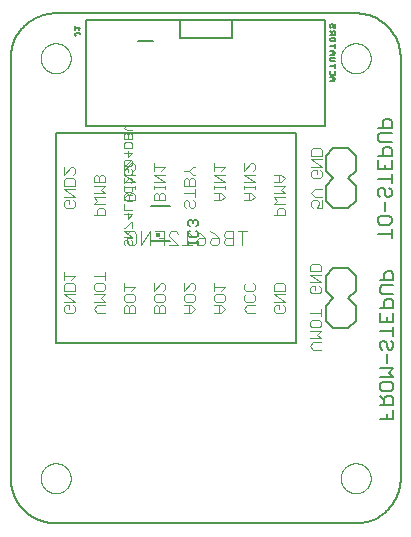
<source format=gbo>
G75*
%MOIN*%
%OFA0B0*%
%FSLAX25Y25*%
%IPPOS*%
%LPD*%
%AMOC8*
5,1,8,0,0,1.08239X$1,22.5*
%
%ADD10C,0.00600*%
%ADD11C,0.00000*%
%ADD12C,0.00500*%
%ADD13C,0.00300*%
%ADD14C,0.00400*%
%ADD15C,0.00700*%
%ADD16C,0.01768*%
%ADD17C,0.00800*%
D10*
X0001300Y0016300D02*
X0001300Y0156300D01*
X0001304Y0156662D01*
X0001318Y0157025D01*
X0001339Y0157387D01*
X0001370Y0157748D01*
X0001409Y0158108D01*
X0001457Y0158467D01*
X0001514Y0158825D01*
X0001579Y0159182D01*
X0001653Y0159537D01*
X0001736Y0159890D01*
X0001827Y0160241D01*
X0001926Y0160589D01*
X0002034Y0160935D01*
X0002150Y0161279D01*
X0002275Y0161619D01*
X0002407Y0161956D01*
X0002548Y0162290D01*
X0002697Y0162621D01*
X0002854Y0162948D01*
X0003018Y0163271D01*
X0003190Y0163590D01*
X0003370Y0163904D01*
X0003558Y0164215D01*
X0003753Y0164520D01*
X0003955Y0164821D01*
X0004165Y0165117D01*
X0004381Y0165407D01*
X0004605Y0165693D01*
X0004835Y0165973D01*
X0005072Y0166247D01*
X0005316Y0166515D01*
X0005566Y0166778D01*
X0005822Y0167034D01*
X0006085Y0167284D01*
X0006353Y0167528D01*
X0006627Y0167765D01*
X0006907Y0167995D01*
X0007193Y0168219D01*
X0007483Y0168435D01*
X0007779Y0168645D01*
X0008080Y0168847D01*
X0008385Y0169042D01*
X0008696Y0169230D01*
X0009010Y0169410D01*
X0009329Y0169582D01*
X0009652Y0169746D01*
X0009979Y0169903D01*
X0010310Y0170052D01*
X0010644Y0170193D01*
X0010981Y0170325D01*
X0011321Y0170450D01*
X0011665Y0170566D01*
X0012011Y0170674D01*
X0012359Y0170773D01*
X0012710Y0170864D01*
X0013063Y0170947D01*
X0013418Y0171021D01*
X0013775Y0171086D01*
X0014133Y0171143D01*
X0014492Y0171191D01*
X0014852Y0171230D01*
X0015213Y0171261D01*
X0015575Y0171282D01*
X0015938Y0171296D01*
X0016300Y0171300D01*
X0116300Y0171300D01*
X0116662Y0171296D01*
X0117025Y0171282D01*
X0117387Y0171261D01*
X0117748Y0171230D01*
X0118108Y0171191D01*
X0118467Y0171143D01*
X0118825Y0171086D01*
X0119182Y0171021D01*
X0119537Y0170947D01*
X0119890Y0170864D01*
X0120241Y0170773D01*
X0120589Y0170674D01*
X0120935Y0170566D01*
X0121279Y0170450D01*
X0121619Y0170325D01*
X0121956Y0170193D01*
X0122290Y0170052D01*
X0122621Y0169903D01*
X0122948Y0169746D01*
X0123271Y0169582D01*
X0123590Y0169410D01*
X0123904Y0169230D01*
X0124215Y0169042D01*
X0124520Y0168847D01*
X0124821Y0168645D01*
X0125117Y0168435D01*
X0125407Y0168219D01*
X0125693Y0167995D01*
X0125973Y0167765D01*
X0126247Y0167528D01*
X0126515Y0167284D01*
X0126778Y0167034D01*
X0127034Y0166778D01*
X0127284Y0166515D01*
X0127528Y0166247D01*
X0127765Y0165973D01*
X0127995Y0165693D01*
X0128219Y0165407D01*
X0128435Y0165117D01*
X0128645Y0164821D01*
X0128847Y0164520D01*
X0129042Y0164215D01*
X0129230Y0163904D01*
X0129410Y0163590D01*
X0129582Y0163271D01*
X0129746Y0162948D01*
X0129903Y0162621D01*
X0130052Y0162290D01*
X0130193Y0161956D01*
X0130325Y0161619D01*
X0130450Y0161279D01*
X0130566Y0160935D01*
X0130674Y0160589D01*
X0130773Y0160241D01*
X0130864Y0159890D01*
X0130947Y0159537D01*
X0131021Y0159182D01*
X0131086Y0158825D01*
X0131143Y0158467D01*
X0131191Y0158108D01*
X0131230Y0157748D01*
X0131261Y0157387D01*
X0131282Y0157025D01*
X0131296Y0156662D01*
X0131300Y0156300D01*
X0131300Y0016300D01*
X0131296Y0015938D01*
X0131282Y0015575D01*
X0131261Y0015213D01*
X0131230Y0014852D01*
X0131191Y0014492D01*
X0131143Y0014133D01*
X0131086Y0013775D01*
X0131021Y0013418D01*
X0130947Y0013063D01*
X0130864Y0012710D01*
X0130773Y0012359D01*
X0130674Y0012011D01*
X0130566Y0011665D01*
X0130450Y0011321D01*
X0130325Y0010981D01*
X0130193Y0010644D01*
X0130052Y0010310D01*
X0129903Y0009979D01*
X0129746Y0009652D01*
X0129582Y0009329D01*
X0129410Y0009010D01*
X0129230Y0008696D01*
X0129042Y0008385D01*
X0128847Y0008080D01*
X0128645Y0007779D01*
X0128435Y0007483D01*
X0128219Y0007193D01*
X0127995Y0006907D01*
X0127765Y0006627D01*
X0127528Y0006353D01*
X0127284Y0006085D01*
X0127034Y0005822D01*
X0126778Y0005566D01*
X0126515Y0005316D01*
X0126247Y0005072D01*
X0125973Y0004835D01*
X0125693Y0004605D01*
X0125407Y0004381D01*
X0125117Y0004165D01*
X0124821Y0003955D01*
X0124520Y0003753D01*
X0124215Y0003558D01*
X0123904Y0003370D01*
X0123590Y0003190D01*
X0123271Y0003018D01*
X0122948Y0002854D01*
X0122621Y0002697D01*
X0122290Y0002548D01*
X0121956Y0002407D01*
X0121619Y0002275D01*
X0121279Y0002150D01*
X0120935Y0002034D01*
X0120589Y0001926D01*
X0120241Y0001827D01*
X0119890Y0001736D01*
X0119537Y0001653D01*
X0119182Y0001579D01*
X0118825Y0001514D01*
X0118467Y0001457D01*
X0118108Y0001409D01*
X0117748Y0001370D01*
X0117387Y0001339D01*
X0117025Y0001318D01*
X0116662Y0001304D01*
X0116300Y0001300D01*
X0016300Y0001300D01*
X0015938Y0001304D01*
X0015575Y0001318D01*
X0015213Y0001339D01*
X0014852Y0001370D01*
X0014492Y0001409D01*
X0014133Y0001457D01*
X0013775Y0001514D01*
X0013418Y0001579D01*
X0013063Y0001653D01*
X0012710Y0001736D01*
X0012359Y0001827D01*
X0012011Y0001926D01*
X0011665Y0002034D01*
X0011321Y0002150D01*
X0010981Y0002275D01*
X0010644Y0002407D01*
X0010310Y0002548D01*
X0009979Y0002697D01*
X0009652Y0002854D01*
X0009329Y0003018D01*
X0009010Y0003190D01*
X0008696Y0003370D01*
X0008385Y0003558D01*
X0008080Y0003753D01*
X0007779Y0003955D01*
X0007483Y0004165D01*
X0007193Y0004381D01*
X0006907Y0004605D01*
X0006627Y0004835D01*
X0006353Y0005072D01*
X0006085Y0005316D01*
X0005822Y0005566D01*
X0005566Y0005822D01*
X0005316Y0006085D01*
X0005072Y0006353D01*
X0004835Y0006627D01*
X0004605Y0006907D01*
X0004381Y0007193D01*
X0004165Y0007483D01*
X0003955Y0007779D01*
X0003753Y0008080D01*
X0003558Y0008385D01*
X0003370Y0008696D01*
X0003190Y0009010D01*
X0003018Y0009329D01*
X0002854Y0009652D01*
X0002697Y0009979D01*
X0002548Y0010310D01*
X0002407Y0010644D01*
X0002275Y0010981D01*
X0002150Y0011321D01*
X0002034Y0011665D01*
X0001926Y0012011D01*
X0001827Y0012359D01*
X0001736Y0012710D01*
X0001653Y0013063D01*
X0001579Y0013418D01*
X0001514Y0013775D01*
X0001457Y0014133D01*
X0001409Y0014492D01*
X0001370Y0014852D01*
X0001339Y0015213D01*
X0001318Y0015575D01*
X0001304Y0015938D01*
X0001300Y0016300D01*
D11*
X0011300Y0016300D02*
X0011302Y0016441D01*
X0011308Y0016582D01*
X0011318Y0016722D01*
X0011332Y0016862D01*
X0011350Y0017002D01*
X0011371Y0017141D01*
X0011397Y0017280D01*
X0011426Y0017418D01*
X0011460Y0017554D01*
X0011497Y0017690D01*
X0011538Y0017825D01*
X0011583Y0017959D01*
X0011632Y0018091D01*
X0011684Y0018222D01*
X0011740Y0018351D01*
X0011800Y0018478D01*
X0011863Y0018604D01*
X0011929Y0018728D01*
X0012000Y0018851D01*
X0012073Y0018971D01*
X0012150Y0019089D01*
X0012230Y0019205D01*
X0012314Y0019318D01*
X0012400Y0019429D01*
X0012490Y0019538D01*
X0012583Y0019644D01*
X0012678Y0019747D01*
X0012777Y0019848D01*
X0012878Y0019946D01*
X0012982Y0020041D01*
X0013089Y0020133D01*
X0013198Y0020222D01*
X0013310Y0020307D01*
X0013424Y0020390D01*
X0013540Y0020470D01*
X0013659Y0020546D01*
X0013780Y0020618D01*
X0013902Y0020688D01*
X0014027Y0020753D01*
X0014153Y0020816D01*
X0014281Y0020874D01*
X0014411Y0020929D01*
X0014542Y0020981D01*
X0014675Y0021028D01*
X0014809Y0021072D01*
X0014944Y0021113D01*
X0015080Y0021149D01*
X0015217Y0021181D01*
X0015355Y0021210D01*
X0015493Y0021235D01*
X0015633Y0021255D01*
X0015773Y0021272D01*
X0015913Y0021285D01*
X0016054Y0021294D01*
X0016194Y0021299D01*
X0016335Y0021300D01*
X0016476Y0021297D01*
X0016617Y0021290D01*
X0016757Y0021279D01*
X0016897Y0021264D01*
X0017037Y0021245D01*
X0017176Y0021223D01*
X0017314Y0021196D01*
X0017452Y0021166D01*
X0017588Y0021131D01*
X0017724Y0021093D01*
X0017858Y0021051D01*
X0017992Y0021005D01*
X0018124Y0020956D01*
X0018254Y0020902D01*
X0018383Y0020845D01*
X0018510Y0020785D01*
X0018636Y0020721D01*
X0018759Y0020653D01*
X0018881Y0020582D01*
X0019001Y0020508D01*
X0019118Y0020430D01*
X0019233Y0020349D01*
X0019346Y0020265D01*
X0019457Y0020178D01*
X0019565Y0020087D01*
X0019670Y0019994D01*
X0019773Y0019897D01*
X0019873Y0019798D01*
X0019970Y0019696D01*
X0020064Y0019591D01*
X0020155Y0019484D01*
X0020243Y0019374D01*
X0020328Y0019262D01*
X0020410Y0019147D01*
X0020489Y0019030D01*
X0020564Y0018911D01*
X0020636Y0018790D01*
X0020704Y0018667D01*
X0020769Y0018542D01*
X0020831Y0018415D01*
X0020888Y0018286D01*
X0020943Y0018156D01*
X0020993Y0018025D01*
X0021040Y0017892D01*
X0021083Y0017758D01*
X0021122Y0017622D01*
X0021157Y0017486D01*
X0021189Y0017349D01*
X0021216Y0017211D01*
X0021240Y0017072D01*
X0021260Y0016932D01*
X0021276Y0016792D01*
X0021288Y0016652D01*
X0021296Y0016511D01*
X0021300Y0016370D01*
X0021300Y0016230D01*
X0021296Y0016089D01*
X0021288Y0015948D01*
X0021276Y0015808D01*
X0021260Y0015668D01*
X0021240Y0015528D01*
X0021216Y0015389D01*
X0021189Y0015251D01*
X0021157Y0015114D01*
X0021122Y0014978D01*
X0021083Y0014842D01*
X0021040Y0014708D01*
X0020993Y0014575D01*
X0020943Y0014444D01*
X0020888Y0014314D01*
X0020831Y0014185D01*
X0020769Y0014058D01*
X0020704Y0013933D01*
X0020636Y0013810D01*
X0020564Y0013689D01*
X0020489Y0013570D01*
X0020410Y0013453D01*
X0020328Y0013338D01*
X0020243Y0013226D01*
X0020155Y0013116D01*
X0020064Y0013009D01*
X0019970Y0012904D01*
X0019873Y0012802D01*
X0019773Y0012703D01*
X0019670Y0012606D01*
X0019565Y0012513D01*
X0019457Y0012422D01*
X0019346Y0012335D01*
X0019233Y0012251D01*
X0019118Y0012170D01*
X0019001Y0012092D01*
X0018881Y0012018D01*
X0018759Y0011947D01*
X0018636Y0011879D01*
X0018510Y0011815D01*
X0018383Y0011755D01*
X0018254Y0011698D01*
X0018124Y0011644D01*
X0017992Y0011595D01*
X0017858Y0011549D01*
X0017724Y0011507D01*
X0017588Y0011469D01*
X0017452Y0011434D01*
X0017314Y0011404D01*
X0017176Y0011377D01*
X0017037Y0011355D01*
X0016897Y0011336D01*
X0016757Y0011321D01*
X0016617Y0011310D01*
X0016476Y0011303D01*
X0016335Y0011300D01*
X0016194Y0011301D01*
X0016054Y0011306D01*
X0015913Y0011315D01*
X0015773Y0011328D01*
X0015633Y0011345D01*
X0015493Y0011365D01*
X0015355Y0011390D01*
X0015217Y0011419D01*
X0015080Y0011451D01*
X0014944Y0011487D01*
X0014809Y0011528D01*
X0014675Y0011572D01*
X0014542Y0011619D01*
X0014411Y0011671D01*
X0014281Y0011726D01*
X0014153Y0011784D01*
X0014027Y0011847D01*
X0013902Y0011912D01*
X0013780Y0011982D01*
X0013659Y0012054D01*
X0013540Y0012130D01*
X0013424Y0012210D01*
X0013310Y0012293D01*
X0013198Y0012378D01*
X0013089Y0012467D01*
X0012982Y0012559D01*
X0012878Y0012654D01*
X0012777Y0012752D01*
X0012678Y0012853D01*
X0012583Y0012956D01*
X0012490Y0013062D01*
X0012400Y0013171D01*
X0012314Y0013282D01*
X0012230Y0013395D01*
X0012150Y0013511D01*
X0012073Y0013629D01*
X0012000Y0013749D01*
X0011929Y0013872D01*
X0011863Y0013996D01*
X0011800Y0014122D01*
X0011740Y0014249D01*
X0011684Y0014378D01*
X0011632Y0014509D01*
X0011583Y0014641D01*
X0011538Y0014775D01*
X0011497Y0014910D01*
X0011460Y0015046D01*
X0011426Y0015182D01*
X0011397Y0015320D01*
X0011371Y0015459D01*
X0011350Y0015598D01*
X0011332Y0015738D01*
X0011318Y0015878D01*
X0011308Y0016018D01*
X0011302Y0016159D01*
X0011300Y0016300D01*
X0111300Y0016300D02*
X0111302Y0016441D01*
X0111308Y0016582D01*
X0111318Y0016722D01*
X0111332Y0016862D01*
X0111350Y0017002D01*
X0111371Y0017141D01*
X0111397Y0017280D01*
X0111426Y0017418D01*
X0111460Y0017554D01*
X0111497Y0017690D01*
X0111538Y0017825D01*
X0111583Y0017959D01*
X0111632Y0018091D01*
X0111684Y0018222D01*
X0111740Y0018351D01*
X0111800Y0018478D01*
X0111863Y0018604D01*
X0111929Y0018728D01*
X0112000Y0018851D01*
X0112073Y0018971D01*
X0112150Y0019089D01*
X0112230Y0019205D01*
X0112314Y0019318D01*
X0112400Y0019429D01*
X0112490Y0019538D01*
X0112583Y0019644D01*
X0112678Y0019747D01*
X0112777Y0019848D01*
X0112878Y0019946D01*
X0112982Y0020041D01*
X0113089Y0020133D01*
X0113198Y0020222D01*
X0113310Y0020307D01*
X0113424Y0020390D01*
X0113540Y0020470D01*
X0113659Y0020546D01*
X0113780Y0020618D01*
X0113902Y0020688D01*
X0114027Y0020753D01*
X0114153Y0020816D01*
X0114281Y0020874D01*
X0114411Y0020929D01*
X0114542Y0020981D01*
X0114675Y0021028D01*
X0114809Y0021072D01*
X0114944Y0021113D01*
X0115080Y0021149D01*
X0115217Y0021181D01*
X0115355Y0021210D01*
X0115493Y0021235D01*
X0115633Y0021255D01*
X0115773Y0021272D01*
X0115913Y0021285D01*
X0116054Y0021294D01*
X0116194Y0021299D01*
X0116335Y0021300D01*
X0116476Y0021297D01*
X0116617Y0021290D01*
X0116757Y0021279D01*
X0116897Y0021264D01*
X0117037Y0021245D01*
X0117176Y0021223D01*
X0117314Y0021196D01*
X0117452Y0021166D01*
X0117588Y0021131D01*
X0117724Y0021093D01*
X0117858Y0021051D01*
X0117992Y0021005D01*
X0118124Y0020956D01*
X0118254Y0020902D01*
X0118383Y0020845D01*
X0118510Y0020785D01*
X0118636Y0020721D01*
X0118759Y0020653D01*
X0118881Y0020582D01*
X0119001Y0020508D01*
X0119118Y0020430D01*
X0119233Y0020349D01*
X0119346Y0020265D01*
X0119457Y0020178D01*
X0119565Y0020087D01*
X0119670Y0019994D01*
X0119773Y0019897D01*
X0119873Y0019798D01*
X0119970Y0019696D01*
X0120064Y0019591D01*
X0120155Y0019484D01*
X0120243Y0019374D01*
X0120328Y0019262D01*
X0120410Y0019147D01*
X0120489Y0019030D01*
X0120564Y0018911D01*
X0120636Y0018790D01*
X0120704Y0018667D01*
X0120769Y0018542D01*
X0120831Y0018415D01*
X0120888Y0018286D01*
X0120943Y0018156D01*
X0120993Y0018025D01*
X0121040Y0017892D01*
X0121083Y0017758D01*
X0121122Y0017622D01*
X0121157Y0017486D01*
X0121189Y0017349D01*
X0121216Y0017211D01*
X0121240Y0017072D01*
X0121260Y0016932D01*
X0121276Y0016792D01*
X0121288Y0016652D01*
X0121296Y0016511D01*
X0121300Y0016370D01*
X0121300Y0016230D01*
X0121296Y0016089D01*
X0121288Y0015948D01*
X0121276Y0015808D01*
X0121260Y0015668D01*
X0121240Y0015528D01*
X0121216Y0015389D01*
X0121189Y0015251D01*
X0121157Y0015114D01*
X0121122Y0014978D01*
X0121083Y0014842D01*
X0121040Y0014708D01*
X0120993Y0014575D01*
X0120943Y0014444D01*
X0120888Y0014314D01*
X0120831Y0014185D01*
X0120769Y0014058D01*
X0120704Y0013933D01*
X0120636Y0013810D01*
X0120564Y0013689D01*
X0120489Y0013570D01*
X0120410Y0013453D01*
X0120328Y0013338D01*
X0120243Y0013226D01*
X0120155Y0013116D01*
X0120064Y0013009D01*
X0119970Y0012904D01*
X0119873Y0012802D01*
X0119773Y0012703D01*
X0119670Y0012606D01*
X0119565Y0012513D01*
X0119457Y0012422D01*
X0119346Y0012335D01*
X0119233Y0012251D01*
X0119118Y0012170D01*
X0119001Y0012092D01*
X0118881Y0012018D01*
X0118759Y0011947D01*
X0118636Y0011879D01*
X0118510Y0011815D01*
X0118383Y0011755D01*
X0118254Y0011698D01*
X0118124Y0011644D01*
X0117992Y0011595D01*
X0117858Y0011549D01*
X0117724Y0011507D01*
X0117588Y0011469D01*
X0117452Y0011434D01*
X0117314Y0011404D01*
X0117176Y0011377D01*
X0117037Y0011355D01*
X0116897Y0011336D01*
X0116757Y0011321D01*
X0116617Y0011310D01*
X0116476Y0011303D01*
X0116335Y0011300D01*
X0116194Y0011301D01*
X0116054Y0011306D01*
X0115913Y0011315D01*
X0115773Y0011328D01*
X0115633Y0011345D01*
X0115493Y0011365D01*
X0115355Y0011390D01*
X0115217Y0011419D01*
X0115080Y0011451D01*
X0114944Y0011487D01*
X0114809Y0011528D01*
X0114675Y0011572D01*
X0114542Y0011619D01*
X0114411Y0011671D01*
X0114281Y0011726D01*
X0114153Y0011784D01*
X0114027Y0011847D01*
X0113902Y0011912D01*
X0113780Y0011982D01*
X0113659Y0012054D01*
X0113540Y0012130D01*
X0113424Y0012210D01*
X0113310Y0012293D01*
X0113198Y0012378D01*
X0113089Y0012467D01*
X0112982Y0012559D01*
X0112878Y0012654D01*
X0112777Y0012752D01*
X0112678Y0012853D01*
X0112583Y0012956D01*
X0112490Y0013062D01*
X0112400Y0013171D01*
X0112314Y0013282D01*
X0112230Y0013395D01*
X0112150Y0013511D01*
X0112073Y0013629D01*
X0112000Y0013749D01*
X0111929Y0013872D01*
X0111863Y0013996D01*
X0111800Y0014122D01*
X0111740Y0014249D01*
X0111684Y0014378D01*
X0111632Y0014509D01*
X0111583Y0014641D01*
X0111538Y0014775D01*
X0111497Y0014910D01*
X0111460Y0015046D01*
X0111426Y0015182D01*
X0111397Y0015320D01*
X0111371Y0015459D01*
X0111350Y0015598D01*
X0111332Y0015738D01*
X0111318Y0015878D01*
X0111308Y0016018D01*
X0111302Y0016159D01*
X0111300Y0016300D01*
X0111300Y0156300D02*
X0111302Y0156441D01*
X0111308Y0156582D01*
X0111318Y0156722D01*
X0111332Y0156862D01*
X0111350Y0157002D01*
X0111371Y0157141D01*
X0111397Y0157280D01*
X0111426Y0157418D01*
X0111460Y0157554D01*
X0111497Y0157690D01*
X0111538Y0157825D01*
X0111583Y0157959D01*
X0111632Y0158091D01*
X0111684Y0158222D01*
X0111740Y0158351D01*
X0111800Y0158478D01*
X0111863Y0158604D01*
X0111929Y0158728D01*
X0112000Y0158851D01*
X0112073Y0158971D01*
X0112150Y0159089D01*
X0112230Y0159205D01*
X0112314Y0159318D01*
X0112400Y0159429D01*
X0112490Y0159538D01*
X0112583Y0159644D01*
X0112678Y0159747D01*
X0112777Y0159848D01*
X0112878Y0159946D01*
X0112982Y0160041D01*
X0113089Y0160133D01*
X0113198Y0160222D01*
X0113310Y0160307D01*
X0113424Y0160390D01*
X0113540Y0160470D01*
X0113659Y0160546D01*
X0113780Y0160618D01*
X0113902Y0160688D01*
X0114027Y0160753D01*
X0114153Y0160816D01*
X0114281Y0160874D01*
X0114411Y0160929D01*
X0114542Y0160981D01*
X0114675Y0161028D01*
X0114809Y0161072D01*
X0114944Y0161113D01*
X0115080Y0161149D01*
X0115217Y0161181D01*
X0115355Y0161210D01*
X0115493Y0161235D01*
X0115633Y0161255D01*
X0115773Y0161272D01*
X0115913Y0161285D01*
X0116054Y0161294D01*
X0116194Y0161299D01*
X0116335Y0161300D01*
X0116476Y0161297D01*
X0116617Y0161290D01*
X0116757Y0161279D01*
X0116897Y0161264D01*
X0117037Y0161245D01*
X0117176Y0161223D01*
X0117314Y0161196D01*
X0117452Y0161166D01*
X0117588Y0161131D01*
X0117724Y0161093D01*
X0117858Y0161051D01*
X0117992Y0161005D01*
X0118124Y0160956D01*
X0118254Y0160902D01*
X0118383Y0160845D01*
X0118510Y0160785D01*
X0118636Y0160721D01*
X0118759Y0160653D01*
X0118881Y0160582D01*
X0119001Y0160508D01*
X0119118Y0160430D01*
X0119233Y0160349D01*
X0119346Y0160265D01*
X0119457Y0160178D01*
X0119565Y0160087D01*
X0119670Y0159994D01*
X0119773Y0159897D01*
X0119873Y0159798D01*
X0119970Y0159696D01*
X0120064Y0159591D01*
X0120155Y0159484D01*
X0120243Y0159374D01*
X0120328Y0159262D01*
X0120410Y0159147D01*
X0120489Y0159030D01*
X0120564Y0158911D01*
X0120636Y0158790D01*
X0120704Y0158667D01*
X0120769Y0158542D01*
X0120831Y0158415D01*
X0120888Y0158286D01*
X0120943Y0158156D01*
X0120993Y0158025D01*
X0121040Y0157892D01*
X0121083Y0157758D01*
X0121122Y0157622D01*
X0121157Y0157486D01*
X0121189Y0157349D01*
X0121216Y0157211D01*
X0121240Y0157072D01*
X0121260Y0156932D01*
X0121276Y0156792D01*
X0121288Y0156652D01*
X0121296Y0156511D01*
X0121300Y0156370D01*
X0121300Y0156230D01*
X0121296Y0156089D01*
X0121288Y0155948D01*
X0121276Y0155808D01*
X0121260Y0155668D01*
X0121240Y0155528D01*
X0121216Y0155389D01*
X0121189Y0155251D01*
X0121157Y0155114D01*
X0121122Y0154978D01*
X0121083Y0154842D01*
X0121040Y0154708D01*
X0120993Y0154575D01*
X0120943Y0154444D01*
X0120888Y0154314D01*
X0120831Y0154185D01*
X0120769Y0154058D01*
X0120704Y0153933D01*
X0120636Y0153810D01*
X0120564Y0153689D01*
X0120489Y0153570D01*
X0120410Y0153453D01*
X0120328Y0153338D01*
X0120243Y0153226D01*
X0120155Y0153116D01*
X0120064Y0153009D01*
X0119970Y0152904D01*
X0119873Y0152802D01*
X0119773Y0152703D01*
X0119670Y0152606D01*
X0119565Y0152513D01*
X0119457Y0152422D01*
X0119346Y0152335D01*
X0119233Y0152251D01*
X0119118Y0152170D01*
X0119001Y0152092D01*
X0118881Y0152018D01*
X0118759Y0151947D01*
X0118636Y0151879D01*
X0118510Y0151815D01*
X0118383Y0151755D01*
X0118254Y0151698D01*
X0118124Y0151644D01*
X0117992Y0151595D01*
X0117858Y0151549D01*
X0117724Y0151507D01*
X0117588Y0151469D01*
X0117452Y0151434D01*
X0117314Y0151404D01*
X0117176Y0151377D01*
X0117037Y0151355D01*
X0116897Y0151336D01*
X0116757Y0151321D01*
X0116617Y0151310D01*
X0116476Y0151303D01*
X0116335Y0151300D01*
X0116194Y0151301D01*
X0116054Y0151306D01*
X0115913Y0151315D01*
X0115773Y0151328D01*
X0115633Y0151345D01*
X0115493Y0151365D01*
X0115355Y0151390D01*
X0115217Y0151419D01*
X0115080Y0151451D01*
X0114944Y0151487D01*
X0114809Y0151528D01*
X0114675Y0151572D01*
X0114542Y0151619D01*
X0114411Y0151671D01*
X0114281Y0151726D01*
X0114153Y0151784D01*
X0114027Y0151847D01*
X0113902Y0151912D01*
X0113780Y0151982D01*
X0113659Y0152054D01*
X0113540Y0152130D01*
X0113424Y0152210D01*
X0113310Y0152293D01*
X0113198Y0152378D01*
X0113089Y0152467D01*
X0112982Y0152559D01*
X0112878Y0152654D01*
X0112777Y0152752D01*
X0112678Y0152853D01*
X0112583Y0152956D01*
X0112490Y0153062D01*
X0112400Y0153171D01*
X0112314Y0153282D01*
X0112230Y0153395D01*
X0112150Y0153511D01*
X0112073Y0153629D01*
X0112000Y0153749D01*
X0111929Y0153872D01*
X0111863Y0153996D01*
X0111800Y0154122D01*
X0111740Y0154249D01*
X0111684Y0154378D01*
X0111632Y0154509D01*
X0111583Y0154641D01*
X0111538Y0154775D01*
X0111497Y0154910D01*
X0111460Y0155046D01*
X0111426Y0155182D01*
X0111397Y0155320D01*
X0111371Y0155459D01*
X0111350Y0155598D01*
X0111332Y0155738D01*
X0111318Y0155878D01*
X0111308Y0156018D01*
X0111302Y0156159D01*
X0111300Y0156300D01*
X0011300Y0156300D02*
X0011302Y0156441D01*
X0011308Y0156582D01*
X0011318Y0156722D01*
X0011332Y0156862D01*
X0011350Y0157002D01*
X0011371Y0157141D01*
X0011397Y0157280D01*
X0011426Y0157418D01*
X0011460Y0157554D01*
X0011497Y0157690D01*
X0011538Y0157825D01*
X0011583Y0157959D01*
X0011632Y0158091D01*
X0011684Y0158222D01*
X0011740Y0158351D01*
X0011800Y0158478D01*
X0011863Y0158604D01*
X0011929Y0158728D01*
X0012000Y0158851D01*
X0012073Y0158971D01*
X0012150Y0159089D01*
X0012230Y0159205D01*
X0012314Y0159318D01*
X0012400Y0159429D01*
X0012490Y0159538D01*
X0012583Y0159644D01*
X0012678Y0159747D01*
X0012777Y0159848D01*
X0012878Y0159946D01*
X0012982Y0160041D01*
X0013089Y0160133D01*
X0013198Y0160222D01*
X0013310Y0160307D01*
X0013424Y0160390D01*
X0013540Y0160470D01*
X0013659Y0160546D01*
X0013780Y0160618D01*
X0013902Y0160688D01*
X0014027Y0160753D01*
X0014153Y0160816D01*
X0014281Y0160874D01*
X0014411Y0160929D01*
X0014542Y0160981D01*
X0014675Y0161028D01*
X0014809Y0161072D01*
X0014944Y0161113D01*
X0015080Y0161149D01*
X0015217Y0161181D01*
X0015355Y0161210D01*
X0015493Y0161235D01*
X0015633Y0161255D01*
X0015773Y0161272D01*
X0015913Y0161285D01*
X0016054Y0161294D01*
X0016194Y0161299D01*
X0016335Y0161300D01*
X0016476Y0161297D01*
X0016617Y0161290D01*
X0016757Y0161279D01*
X0016897Y0161264D01*
X0017037Y0161245D01*
X0017176Y0161223D01*
X0017314Y0161196D01*
X0017452Y0161166D01*
X0017588Y0161131D01*
X0017724Y0161093D01*
X0017858Y0161051D01*
X0017992Y0161005D01*
X0018124Y0160956D01*
X0018254Y0160902D01*
X0018383Y0160845D01*
X0018510Y0160785D01*
X0018636Y0160721D01*
X0018759Y0160653D01*
X0018881Y0160582D01*
X0019001Y0160508D01*
X0019118Y0160430D01*
X0019233Y0160349D01*
X0019346Y0160265D01*
X0019457Y0160178D01*
X0019565Y0160087D01*
X0019670Y0159994D01*
X0019773Y0159897D01*
X0019873Y0159798D01*
X0019970Y0159696D01*
X0020064Y0159591D01*
X0020155Y0159484D01*
X0020243Y0159374D01*
X0020328Y0159262D01*
X0020410Y0159147D01*
X0020489Y0159030D01*
X0020564Y0158911D01*
X0020636Y0158790D01*
X0020704Y0158667D01*
X0020769Y0158542D01*
X0020831Y0158415D01*
X0020888Y0158286D01*
X0020943Y0158156D01*
X0020993Y0158025D01*
X0021040Y0157892D01*
X0021083Y0157758D01*
X0021122Y0157622D01*
X0021157Y0157486D01*
X0021189Y0157349D01*
X0021216Y0157211D01*
X0021240Y0157072D01*
X0021260Y0156932D01*
X0021276Y0156792D01*
X0021288Y0156652D01*
X0021296Y0156511D01*
X0021300Y0156370D01*
X0021300Y0156230D01*
X0021296Y0156089D01*
X0021288Y0155948D01*
X0021276Y0155808D01*
X0021260Y0155668D01*
X0021240Y0155528D01*
X0021216Y0155389D01*
X0021189Y0155251D01*
X0021157Y0155114D01*
X0021122Y0154978D01*
X0021083Y0154842D01*
X0021040Y0154708D01*
X0020993Y0154575D01*
X0020943Y0154444D01*
X0020888Y0154314D01*
X0020831Y0154185D01*
X0020769Y0154058D01*
X0020704Y0153933D01*
X0020636Y0153810D01*
X0020564Y0153689D01*
X0020489Y0153570D01*
X0020410Y0153453D01*
X0020328Y0153338D01*
X0020243Y0153226D01*
X0020155Y0153116D01*
X0020064Y0153009D01*
X0019970Y0152904D01*
X0019873Y0152802D01*
X0019773Y0152703D01*
X0019670Y0152606D01*
X0019565Y0152513D01*
X0019457Y0152422D01*
X0019346Y0152335D01*
X0019233Y0152251D01*
X0019118Y0152170D01*
X0019001Y0152092D01*
X0018881Y0152018D01*
X0018759Y0151947D01*
X0018636Y0151879D01*
X0018510Y0151815D01*
X0018383Y0151755D01*
X0018254Y0151698D01*
X0018124Y0151644D01*
X0017992Y0151595D01*
X0017858Y0151549D01*
X0017724Y0151507D01*
X0017588Y0151469D01*
X0017452Y0151434D01*
X0017314Y0151404D01*
X0017176Y0151377D01*
X0017037Y0151355D01*
X0016897Y0151336D01*
X0016757Y0151321D01*
X0016617Y0151310D01*
X0016476Y0151303D01*
X0016335Y0151300D01*
X0016194Y0151301D01*
X0016054Y0151306D01*
X0015913Y0151315D01*
X0015773Y0151328D01*
X0015633Y0151345D01*
X0015493Y0151365D01*
X0015355Y0151390D01*
X0015217Y0151419D01*
X0015080Y0151451D01*
X0014944Y0151487D01*
X0014809Y0151528D01*
X0014675Y0151572D01*
X0014542Y0151619D01*
X0014411Y0151671D01*
X0014281Y0151726D01*
X0014153Y0151784D01*
X0014027Y0151847D01*
X0013902Y0151912D01*
X0013780Y0151982D01*
X0013659Y0152054D01*
X0013540Y0152130D01*
X0013424Y0152210D01*
X0013310Y0152293D01*
X0013198Y0152378D01*
X0013089Y0152467D01*
X0012982Y0152559D01*
X0012878Y0152654D01*
X0012777Y0152752D01*
X0012678Y0152853D01*
X0012583Y0152956D01*
X0012490Y0153062D01*
X0012400Y0153171D01*
X0012314Y0153282D01*
X0012230Y0153395D01*
X0012150Y0153511D01*
X0012073Y0153629D01*
X0012000Y0153749D01*
X0011929Y0153872D01*
X0011863Y0153996D01*
X0011800Y0154122D01*
X0011740Y0154249D01*
X0011684Y0154378D01*
X0011632Y0154509D01*
X0011583Y0154641D01*
X0011538Y0154775D01*
X0011497Y0154910D01*
X0011460Y0155046D01*
X0011426Y0155182D01*
X0011397Y0155320D01*
X0011371Y0155459D01*
X0011350Y0155598D01*
X0011332Y0155738D01*
X0011318Y0155878D01*
X0011308Y0156018D01*
X0011302Y0156159D01*
X0011300Y0156300D01*
D12*
X0022650Y0163947D02*
X0022650Y0164264D01*
X0022967Y0164581D01*
X0024552Y0164581D01*
X0024552Y0164264D02*
X0024552Y0164898D01*
X0023918Y0165840D02*
X0024552Y0166474D01*
X0022650Y0166474D01*
X0022650Y0165840D02*
X0022650Y0167108D01*
X0022650Y0163947D02*
X0022967Y0163630D01*
X0016300Y0131300D02*
X0016300Y0061300D01*
X0096300Y0061300D01*
X0096300Y0131300D01*
X0016300Y0131300D01*
X0107650Y0148661D02*
X0108918Y0148661D01*
X0109552Y0149295D01*
X0108918Y0149929D01*
X0107650Y0149929D01*
X0108601Y0149929D02*
X0108601Y0148661D01*
X0109235Y0150871D02*
X0107967Y0150871D01*
X0107650Y0151188D01*
X0107650Y0151822D01*
X0107967Y0152139D01*
X0109235Y0152139D02*
X0109552Y0151822D01*
X0109552Y0151188D01*
X0109235Y0150871D01*
X0109552Y0153081D02*
X0109552Y0154349D01*
X0109552Y0153715D02*
X0107650Y0153715D01*
X0107967Y0155291D02*
X0107650Y0155608D01*
X0107650Y0156241D01*
X0107967Y0156558D01*
X0109552Y0156558D01*
X0108918Y0157501D02*
X0107650Y0157501D01*
X0108601Y0157501D02*
X0108601Y0158768D01*
X0108918Y0158768D02*
X0107650Y0158768D01*
X0108918Y0158768D02*
X0109552Y0158134D01*
X0108918Y0157501D01*
X0109552Y0159710D02*
X0109552Y0160978D01*
X0109552Y0160344D02*
X0107650Y0160344D01*
X0107967Y0161920D02*
X0107650Y0162237D01*
X0107650Y0162871D01*
X0107967Y0163188D01*
X0109235Y0163188D01*
X0109552Y0162871D01*
X0109552Y0162237D01*
X0109235Y0161920D01*
X0107967Y0161920D01*
X0108284Y0164130D02*
X0108284Y0165081D01*
X0108601Y0165398D01*
X0109235Y0165398D01*
X0109552Y0165081D01*
X0109552Y0164130D01*
X0107650Y0164130D01*
X0108284Y0164764D02*
X0107650Y0165398D01*
X0107967Y0166340D02*
X0107650Y0166657D01*
X0107650Y0167291D01*
X0107967Y0167608D01*
X0108284Y0167608D01*
X0108601Y0167291D01*
X0108601Y0166657D01*
X0108918Y0166340D01*
X0109235Y0166340D01*
X0109552Y0166657D01*
X0109552Y0167291D01*
X0109235Y0167608D01*
X0109552Y0155291D02*
X0107967Y0155291D01*
X0123750Y0133081D02*
X0128254Y0133081D01*
X0128254Y0135333D01*
X0127503Y0136084D01*
X0126002Y0136084D01*
X0125251Y0135333D01*
X0125251Y0133081D01*
X0124501Y0131480D02*
X0128254Y0131480D01*
X0128254Y0128477D02*
X0124501Y0128477D01*
X0123750Y0129228D01*
X0123750Y0130729D01*
X0124501Y0131480D01*
X0126002Y0126876D02*
X0125251Y0126125D01*
X0125251Y0123874D01*
X0123750Y0123874D02*
X0128254Y0123874D01*
X0128254Y0126125D01*
X0127503Y0126876D01*
X0126002Y0126876D01*
X0128254Y0122272D02*
X0128254Y0119270D01*
X0123750Y0119270D01*
X0123750Y0122272D01*
X0126002Y0120771D02*
X0126002Y0119270D01*
X0128254Y0117668D02*
X0128254Y0114666D01*
X0128254Y0116167D02*
X0123750Y0116167D01*
X0124501Y0113064D02*
X0123750Y0112314D01*
X0123750Y0110812D01*
X0124501Y0110062D01*
X0126002Y0110812D02*
X0126002Y0112314D01*
X0125251Y0113064D01*
X0124501Y0113064D01*
X0126002Y0110812D02*
X0126753Y0110062D01*
X0127503Y0110062D01*
X0128254Y0110812D01*
X0128254Y0112314D01*
X0127503Y0113064D01*
X0126002Y0108460D02*
X0126002Y0105458D01*
X0127503Y0103856D02*
X0128254Y0103106D01*
X0128254Y0101605D01*
X0127503Y0100854D01*
X0124501Y0100854D01*
X0123750Y0101605D01*
X0123750Y0103106D01*
X0124501Y0103856D01*
X0127503Y0103856D01*
X0128254Y0099253D02*
X0128254Y0096250D01*
X0128254Y0097751D02*
X0123750Y0097751D01*
X0126602Y0085249D02*
X0125851Y0084498D01*
X0125851Y0082246D01*
X0124350Y0082246D02*
X0128854Y0082246D01*
X0128854Y0084498D01*
X0128103Y0085249D01*
X0126602Y0085249D01*
X0125101Y0080645D02*
X0124350Y0079894D01*
X0124350Y0078393D01*
X0125101Y0077642D01*
X0128854Y0077642D01*
X0128103Y0076041D02*
X0128854Y0075290D01*
X0128854Y0073038D01*
X0124350Y0073038D01*
X0125851Y0073038D02*
X0125851Y0075290D01*
X0126602Y0076041D01*
X0128103Y0076041D01*
X0128854Y0080645D02*
X0125101Y0080645D01*
X0124350Y0071437D02*
X0124350Y0068434D01*
X0128854Y0068434D01*
X0128854Y0071437D01*
X0126602Y0069935D02*
X0126602Y0068434D01*
X0128854Y0066833D02*
X0128854Y0063830D01*
X0128854Y0065332D02*
X0124350Y0065332D01*
X0125101Y0062229D02*
X0124350Y0061478D01*
X0124350Y0059977D01*
X0125101Y0059226D01*
X0126602Y0059977D02*
X0126602Y0061478D01*
X0125851Y0062229D01*
X0125101Y0062229D01*
X0126602Y0059977D02*
X0127353Y0059226D01*
X0128103Y0059226D01*
X0128854Y0059977D01*
X0128854Y0061478D01*
X0128103Y0062229D01*
X0126602Y0057625D02*
X0126602Y0054622D01*
X0128854Y0053021D02*
X0127353Y0051520D01*
X0128854Y0050018D01*
X0124350Y0050018D01*
X0125101Y0048417D02*
X0124350Y0047666D01*
X0124350Y0046165D01*
X0125101Y0045415D01*
X0128103Y0045415D01*
X0128854Y0046165D01*
X0128854Y0047666D01*
X0128103Y0048417D01*
X0125101Y0048417D01*
X0124350Y0053021D02*
X0128854Y0053021D01*
X0128103Y0043813D02*
X0126602Y0043813D01*
X0125851Y0043063D01*
X0125851Y0040811D01*
X0125851Y0042312D02*
X0124350Y0043813D01*
X0124350Y0040811D02*
X0128854Y0040811D01*
X0128854Y0043063D01*
X0128103Y0043813D01*
X0128854Y0039209D02*
X0128854Y0036207D01*
X0124350Y0036207D01*
X0126602Y0036207D02*
X0126602Y0037708D01*
D13*
X0104653Y0059217D02*
X0102184Y0059217D01*
X0100950Y0060452D01*
X0102184Y0061686D01*
X0104653Y0061686D01*
X0104653Y0062901D02*
X0103419Y0064135D01*
X0104653Y0065369D01*
X0100950Y0065369D01*
X0101567Y0066584D02*
X0100950Y0067201D01*
X0100950Y0068435D01*
X0101567Y0069052D01*
X0104036Y0069052D01*
X0104653Y0068435D01*
X0104653Y0067201D01*
X0104036Y0066584D01*
X0101567Y0066584D01*
X0100950Y0062901D02*
X0104653Y0062901D01*
X0104653Y0070267D02*
X0104653Y0072736D01*
X0104653Y0071501D02*
X0100950Y0071501D01*
X0101567Y0077901D02*
X0100950Y0078518D01*
X0100950Y0079752D01*
X0101567Y0080369D01*
X0102802Y0080369D01*
X0102802Y0079135D01*
X0104036Y0080369D02*
X0104653Y0079752D01*
X0104653Y0078518D01*
X0104036Y0077901D01*
X0101567Y0077901D01*
X0100950Y0081584D02*
X0104653Y0081584D01*
X0100950Y0084052D01*
X0104653Y0084052D01*
X0104653Y0085267D02*
X0104653Y0087118D01*
X0104036Y0087736D01*
X0101567Y0087736D01*
X0100950Y0087118D01*
X0100950Y0085267D01*
X0104653Y0085267D01*
X0092653Y0080668D02*
X0092653Y0078816D01*
X0088950Y0078816D01*
X0088950Y0080668D01*
X0089567Y0081285D01*
X0092036Y0081285D01*
X0092653Y0080668D01*
X0092653Y0077602D02*
X0088950Y0077602D01*
X0092653Y0075133D01*
X0088950Y0075133D01*
X0089567Y0073919D02*
X0090802Y0073919D01*
X0090802Y0072684D01*
X0092036Y0071450D02*
X0089567Y0071450D01*
X0088950Y0072067D01*
X0088950Y0073302D01*
X0089567Y0073919D01*
X0092036Y0073919D02*
X0092653Y0073302D01*
X0092653Y0072067D01*
X0092036Y0071450D01*
X0082653Y0071450D02*
X0080184Y0071450D01*
X0078950Y0072684D01*
X0080184Y0073919D01*
X0082653Y0073919D01*
X0082036Y0075133D02*
X0079567Y0075133D01*
X0078950Y0075750D01*
X0078950Y0076985D01*
X0079567Y0077602D01*
X0079567Y0078816D02*
X0078950Y0079433D01*
X0078950Y0080668D01*
X0079567Y0081285D01*
X0082036Y0081285D02*
X0082653Y0080668D01*
X0082653Y0079433D01*
X0082036Y0078816D01*
X0079567Y0078816D01*
X0082036Y0077602D02*
X0082653Y0076985D01*
X0082653Y0075750D01*
X0082036Y0075133D01*
X0072653Y0075750D02*
X0072036Y0075133D01*
X0069567Y0075133D01*
X0068950Y0075750D01*
X0068950Y0076985D01*
X0069567Y0077602D01*
X0072036Y0077602D01*
X0072653Y0076985D01*
X0072653Y0075750D01*
X0071419Y0073919D02*
X0068950Y0073919D01*
X0068950Y0071450D02*
X0071419Y0071450D01*
X0072653Y0072684D01*
X0071419Y0073919D01*
X0070802Y0073919D02*
X0070802Y0071450D01*
X0071419Y0078816D02*
X0072653Y0080051D01*
X0068950Y0080051D01*
X0068950Y0081285D02*
X0068950Y0078816D01*
X0062653Y0079433D02*
X0062036Y0078816D01*
X0062653Y0079433D02*
X0062653Y0080668D01*
X0062036Y0081285D01*
X0061419Y0081285D01*
X0058950Y0078816D01*
X0058950Y0081285D01*
X0059567Y0077602D02*
X0062036Y0077602D01*
X0062653Y0076985D01*
X0062653Y0075750D01*
X0062036Y0075133D01*
X0059567Y0075133D01*
X0058950Y0075750D01*
X0058950Y0076985D01*
X0059567Y0077602D01*
X0058950Y0073919D02*
X0061419Y0073919D01*
X0062653Y0072684D01*
X0061419Y0071450D01*
X0058950Y0071450D01*
X0060802Y0071450D02*
X0060802Y0073919D01*
X0052653Y0073302D02*
X0052653Y0071450D01*
X0048950Y0071450D01*
X0048950Y0073302D01*
X0049567Y0073919D01*
X0050184Y0073919D01*
X0050802Y0073302D01*
X0050802Y0071450D01*
X0050802Y0073302D02*
X0051419Y0073919D01*
X0052036Y0073919D01*
X0052653Y0073302D01*
X0052036Y0075133D02*
X0049567Y0075133D01*
X0048950Y0075750D01*
X0048950Y0076985D01*
X0049567Y0077602D01*
X0052036Y0077602D01*
X0052653Y0076985D01*
X0052653Y0075750D01*
X0052036Y0075133D01*
X0052036Y0078816D02*
X0052653Y0079433D01*
X0052653Y0080668D01*
X0052036Y0081285D01*
X0051419Y0081285D01*
X0048950Y0078816D01*
X0048950Y0081285D01*
X0042653Y0080051D02*
X0038950Y0080051D01*
X0038950Y0081285D02*
X0038950Y0078816D01*
X0039567Y0077602D02*
X0042036Y0077602D01*
X0042653Y0076985D01*
X0042653Y0075750D01*
X0042036Y0075133D01*
X0039567Y0075133D01*
X0038950Y0075750D01*
X0038950Y0076985D01*
X0039567Y0077602D01*
X0041419Y0078816D02*
X0042653Y0080051D01*
X0042036Y0073919D02*
X0041419Y0073919D01*
X0040802Y0073302D01*
X0040802Y0071450D01*
X0042653Y0071450D02*
X0038950Y0071450D01*
X0038950Y0073302D01*
X0039567Y0073919D01*
X0040184Y0073919D01*
X0040802Y0073302D01*
X0042036Y0073919D02*
X0042653Y0073302D01*
X0042653Y0071450D01*
X0032653Y0071450D02*
X0030184Y0071450D01*
X0028950Y0072684D01*
X0030184Y0073919D01*
X0032653Y0073919D01*
X0032653Y0075133D02*
X0031419Y0076368D01*
X0032653Y0077602D01*
X0028950Y0077602D01*
X0029567Y0078816D02*
X0028950Y0079433D01*
X0028950Y0080668D01*
X0029567Y0081285D01*
X0032036Y0081285D01*
X0032653Y0080668D01*
X0032653Y0079433D01*
X0032036Y0078816D01*
X0029567Y0078816D01*
X0028950Y0075133D02*
X0032653Y0075133D01*
X0032653Y0082499D02*
X0032653Y0084968D01*
X0032653Y0083734D02*
X0028950Y0083734D01*
X0022653Y0083734D02*
X0018950Y0083734D01*
X0018950Y0084968D02*
X0018950Y0082499D01*
X0019567Y0081285D02*
X0022036Y0081285D01*
X0022653Y0080668D01*
X0022653Y0078816D01*
X0018950Y0078816D01*
X0018950Y0080668D01*
X0019567Y0081285D01*
X0021419Y0082499D02*
X0022653Y0083734D01*
X0022653Y0077602D02*
X0018950Y0077602D01*
X0022653Y0075133D01*
X0018950Y0075133D01*
X0019567Y0073919D02*
X0020802Y0073919D01*
X0020802Y0072684D01*
X0022036Y0071450D02*
X0019567Y0071450D01*
X0018950Y0072067D01*
X0018950Y0073302D01*
X0019567Y0073919D01*
X0022036Y0073919D02*
X0022653Y0073302D01*
X0022653Y0072067D01*
X0022036Y0071450D01*
X0039434Y0093950D02*
X0038950Y0094434D01*
X0038950Y0095401D01*
X0039434Y0095885D01*
X0039917Y0095885D01*
X0040401Y0095401D01*
X0040401Y0094434D01*
X0040885Y0093950D01*
X0041369Y0093950D01*
X0041852Y0094434D01*
X0041852Y0095401D01*
X0041369Y0095885D01*
X0041852Y0096897D02*
X0038950Y0098831D01*
X0041852Y0098831D01*
X0041852Y0099843D02*
X0041852Y0101778D01*
X0041369Y0101778D01*
X0039434Y0099843D01*
X0038950Y0099843D01*
X0038950Y0096897D02*
X0041852Y0096897D01*
X0040401Y0102790D02*
X0040401Y0104725D01*
X0038950Y0104241D02*
X0041852Y0104241D01*
X0040401Y0102790D01*
X0038950Y0105736D02*
X0038950Y0107671D01*
X0038950Y0108950D02*
X0038950Y0110802D01*
X0039567Y0111419D01*
X0040184Y0111419D01*
X0040802Y0110802D01*
X0040802Y0108950D01*
X0039917Y0108683D02*
X0038950Y0109650D01*
X0039917Y0110618D01*
X0041852Y0110618D01*
X0042036Y0111419D02*
X0041419Y0111419D01*
X0040802Y0110802D01*
X0041369Y0111629D02*
X0039434Y0111629D01*
X0038950Y0112113D01*
X0038950Y0113080D01*
X0039434Y0113564D01*
X0038950Y0113868D02*
X0038950Y0112633D01*
X0038950Y0113250D02*
X0042653Y0113250D01*
X0042653Y0112633D02*
X0042653Y0113868D01*
X0041852Y0113080D02*
X0041852Y0112113D01*
X0041369Y0111629D01*
X0042036Y0111419D02*
X0042653Y0110802D01*
X0042653Y0108950D01*
X0038950Y0108950D01*
X0039917Y0108683D02*
X0041852Y0108683D01*
X0041852Y0105736D02*
X0038950Y0105736D01*
X0041852Y0113080D02*
X0041369Y0113564D01*
X0041369Y0114576D02*
X0041852Y0115059D01*
X0041852Y0116027D01*
X0041369Y0116511D01*
X0040885Y0116511D01*
X0038950Y0114576D01*
X0038950Y0116511D01*
X0038950Y0117557D02*
X0042653Y0117557D01*
X0041852Y0118006D02*
X0041369Y0117522D01*
X0039434Y0117522D01*
X0038950Y0118006D01*
X0038950Y0118973D01*
X0039434Y0119457D01*
X0040401Y0119457D01*
X0040401Y0118490D01*
X0041369Y0119457D02*
X0041852Y0118973D01*
X0041852Y0118006D01*
X0042036Y0118772D02*
X0042653Y0119389D01*
X0042653Y0120623D01*
X0042036Y0121240D01*
X0041419Y0121240D01*
X0038950Y0118772D01*
X0038950Y0121240D01*
X0038950Y0120952D02*
X0039434Y0120469D01*
X0041369Y0122404D01*
X0039434Y0122404D01*
X0038950Y0121920D01*
X0038950Y0120952D01*
X0039434Y0120469D02*
X0041369Y0120469D01*
X0041852Y0120952D01*
X0041852Y0121920D01*
X0041369Y0122404D01*
X0040401Y0123415D02*
X0040401Y0125350D01*
X0038950Y0124866D02*
X0041852Y0124866D01*
X0040401Y0123415D01*
X0038950Y0126362D02*
X0038950Y0127813D01*
X0039434Y0128297D01*
X0041369Y0128297D01*
X0041852Y0127813D01*
X0041852Y0126362D01*
X0038950Y0126362D01*
X0038950Y0129308D02*
X0038950Y0130759D01*
X0039434Y0131243D01*
X0039917Y0131243D01*
X0040401Y0130759D01*
X0040401Y0129308D01*
X0038950Y0129308D02*
X0041852Y0129308D01*
X0041852Y0130759D01*
X0041369Y0131243D01*
X0040885Y0131243D01*
X0040401Y0130759D01*
X0039917Y0132255D02*
X0038950Y0133222D01*
X0039917Y0134190D01*
X0041852Y0134190D01*
X0041852Y0132255D02*
X0039917Y0132255D01*
X0048950Y0121240D02*
X0048950Y0118772D01*
X0048950Y0117557D02*
X0052653Y0117557D01*
X0051419Y0118772D02*
X0052653Y0120006D01*
X0048950Y0120006D01*
X0048950Y0117557D02*
X0052653Y0115089D01*
X0048950Y0115089D01*
X0048950Y0113868D02*
X0048950Y0112633D01*
X0048950Y0113250D02*
X0052653Y0113250D01*
X0052653Y0112633D02*
X0052653Y0113868D01*
X0052036Y0111419D02*
X0051419Y0111419D01*
X0050802Y0110802D01*
X0050802Y0108950D01*
X0052653Y0108950D02*
X0052653Y0110802D01*
X0052036Y0111419D01*
X0050802Y0110802D02*
X0050184Y0111419D01*
X0049567Y0111419D01*
X0048950Y0110802D01*
X0048950Y0108950D01*
X0052653Y0108950D01*
X0058950Y0108302D02*
X0058950Y0107067D01*
X0059567Y0106450D01*
X0060802Y0107067D02*
X0060802Y0108302D01*
X0060184Y0108919D01*
X0059567Y0108919D01*
X0058950Y0108302D01*
X0060802Y0107067D02*
X0061419Y0106450D01*
X0062036Y0106450D01*
X0062653Y0107067D01*
X0062653Y0108302D01*
X0062036Y0108919D01*
X0062653Y0110133D02*
X0062653Y0112602D01*
X0062653Y0113816D02*
X0062653Y0115668D01*
X0062036Y0116285D01*
X0061419Y0116285D01*
X0060802Y0115668D01*
X0060802Y0113816D01*
X0062653Y0113816D02*
X0058950Y0113816D01*
X0058950Y0115668D01*
X0059567Y0116285D01*
X0060184Y0116285D01*
X0060802Y0115668D01*
X0062036Y0117499D02*
X0060802Y0118734D01*
X0058950Y0118734D01*
X0060802Y0118734D02*
X0062036Y0119968D01*
X0062653Y0119968D01*
X0062653Y0117499D02*
X0062036Y0117499D01*
X0062653Y0111368D02*
X0058950Y0111368D01*
X0068950Y0111419D02*
X0071419Y0111419D01*
X0072653Y0110184D01*
X0071419Y0108950D01*
X0068950Y0108950D01*
X0070802Y0108950D02*
X0070802Y0111419D01*
X0072653Y0112633D02*
X0072653Y0113868D01*
X0072653Y0113250D02*
X0068950Y0113250D01*
X0068950Y0112633D02*
X0068950Y0113868D01*
X0068950Y0115089D02*
X0072653Y0115089D01*
X0068950Y0117557D01*
X0072653Y0117557D01*
X0071419Y0118772D02*
X0072653Y0120006D01*
X0068950Y0120006D01*
X0068950Y0118772D02*
X0068950Y0121240D01*
X0078950Y0121240D02*
X0078950Y0118772D01*
X0081419Y0121240D01*
X0082036Y0121240D01*
X0082653Y0120623D01*
X0082653Y0119389D01*
X0082036Y0118772D01*
X0082653Y0117557D02*
X0078950Y0117557D01*
X0082653Y0115089D01*
X0078950Y0115089D01*
X0078950Y0113868D02*
X0078950Y0112633D01*
X0078950Y0113250D02*
X0082653Y0113250D01*
X0082653Y0112633D02*
X0082653Y0113868D01*
X0081419Y0111419D02*
X0078950Y0111419D01*
X0080802Y0111419D02*
X0080802Y0108950D01*
X0081419Y0108950D02*
X0078950Y0108950D01*
X0081419Y0108950D02*
X0082653Y0110184D01*
X0081419Y0111419D01*
X0088950Y0111316D02*
X0092653Y0111316D01*
X0091419Y0112551D01*
X0092653Y0113785D01*
X0088950Y0113785D01*
X0088950Y0114999D02*
X0091419Y0114999D01*
X0092653Y0116234D01*
X0091419Y0117468D01*
X0088950Y0117468D01*
X0090802Y0117468D02*
X0090802Y0114999D01*
X0088950Y0110102D02*
X0092653Y0110102D01*
X0092653Y0107633D02*
X0088950Y0107633D01*
X0090184Y0108868D01*
X0088950Y0110102D01*
X0090802Y0106419D02*
X0090184Y0105802D01*
X0090184Y0103950D01*
X0088950Y0103950D02*
X0092653Y0103950D01*
X0092653Y0105802D01*
X0092036Y0106419D01*
X0090802Y0106419D01*
X0101450Y0107067D02*
X0102067Y0106450D01*
X0101450Y0107067D02*
X0101450Y0108302D01*
X0102067Y0108919D01*
X0103302Y0108919D01*
X0103919Y0108302D01*
X0103919Y0107684D01*
X0103302Y0106450D01*
X0105153Y0106450D01*
X0105153Y0108919D01*
X0105153Y0110133D02*
X0102684Y0110133D01*
X0101450Y0111368D01*
X0102684Y0112602D01*
X0105153Y0112602D01*
X0104536Y0116450D02*
X0102067Y0116450D01*
X0101450Y0117067D01*
X0101450Y0118302D01*
X0102067Y0118919D01*
X0103302Y0118919D01*
X0103302Y0117684D01*
X0104536Y0116450D02*
X0105153Y0117067D01*
X0105153Y0118302D01*
X0104536Y0118919D01*
X0105153Y0120133D02*
X0101450Y0122602D01*
X0105153Y0122602D01*
X0105153Y0123816D02*
X0105153Y0125668D01*
X0104536Y0126285D01*
X0102067Y0126285D01*
X0101450Y0125668D01*
X0101450Y0123816D01*
X0105153Y0123816D01*
X0105153Y0120133D02*
X0101450Y0120133D01*
X0042653Y0115089D02*
X0038950Y0117557D01*
X0038950Y0115089D02*
X0042653Y0115089D01*
X0032653Y0114999D02*
X0032653Y0116851D01*
X0032036Y0117468D01*
X0031419Y0117468D01*
X0030802Y0116851D01*
X0030802Y0114999D01*
X0032653Y0114999D02*
X0028950Y0114999D01*
X0028950Y0116851D01*
X0029567Y0117468D01*
X0030184Y0117468D01*
X0030802Y0116851D01*
X0032653Y0113785D02*
X0028950Y0113785D01*
X0028950Y0111316D02*
X0032653Y0111316D01*
X0031419Y0112551D01*
X0032653Y0113785D01*
X0032653Y0110102D02*
X0028950Y0110102D01*
X0030184Y0108868D01*
X0028950Y0107633D01*
X0032653Y0107633D01*
X0032036Y0106419D02*
X0030802Y0106419D01*
X0030184Y0105802D01*
X0030184Y0103950D01*
X0028950Y0103950D02*
X0032653Y0103950D01*
X0032653Y0105802D01*
X0032036Y0106419D01*
X0022653Y0107067D02*
X0022036Y0106450D01*
X0019567Y0106450D01*
X0018950Y0107067D01*
X0018950Y0108302D01*
X0019567Y0108919D01*
X0020802Y0108919D01*
X0020802Y0107684D01*
X0022036Y0108919D02*
X0022653Y0108302D01*
X0022653Y0107067D01*
X0022653Y0110133D02*
X0018950Y0112602D01*
X0022653Y0112602D01*
X0022653Y0113816D02*
X0022653Y0115668D01*
X0022036Y0116285D01*
X0019567Y0116285D01*
X0018950Y0115668D01*
X0018950Y0113816D01*
X0022653Y0113816D01*
X0022653Y0110133D02*
X0018950Y0110133D01*
X0018950Y0117499D02*
X0021419Y0119968D01*
X0022036Y0119968D01*
X0022653Y0119351D01*
X0022653Y0118117D01*
X0022036Y0117499D01*
X0018950Y0117499D02*
X0018950Y0119968D01*
D14*
X0040902Y0098604D02*
X0040135Y0097837D01*
X0040902Y0098604D02*
X0042437Y0098604D01*
X0043204Y0097837D01*
X0043204Y0094767D01*
X0042437Y0094000D01*
X0040902Y0094000D01*
X0040135Y0094767D01*
X0040135Y0096302D01*
X0041669Y0096302D01*
X0044739Y0094000D02*
X0044739Y0098604D01*
X0047808Y0098604D02*
X0044739Y0094000D01*
X0047808Y0094000D02*
X0047808Y0098604D01*
X0049343Y0098604D02*
X0052412Y0098604D01*
X0052412Y0094000D01*
X0053947Y0094000D02*
X0057016Y0094000D01*
X0053947Y0097069D01*
X0053947Y0097837D01*
X0054714Y0098604D01*
X0056248Y0098604D01*
X0057016Y0097837D01*
X0058550Y0094000D02*
X0061620Y0094000D01*
X0060085Y0094000D02*
X0060085Y0098604D01*
X0061620Y0097069D01*
X0063154Y0095535D02*
X0063922Y0096302D01*
X0066224Y0096302D01*
X0066224Y0094767D01*
X0065456Y0094000D01*
X0063922Y0094000D01*
X0063154Y0094767D01*
X0063154Y0095535D01*
X0064689Y0097837D02*
X0066224Y0096302D01*
X0064689Y0097837D02*
X0063154Y0098604D01*
X0067758Y0098604D02*
X0069293Y0097837D01*
X0070828Y0096302D01*
X0068526Y0096302D01*
X0067758Y0095535D01*
X0067758Y0094767D01*
X0068526Y0094000D01*
X0070060Y0094000D01*
X0070828Y0094767D01*
X0070828Y0096302D01*
X0072362Y0097069D02*
X0073130Y0096302D01*
X0075431Y0096302D01*
X0073130Y0096302D02*
X0072362Y0095535D01*
X0072362Y0094767D01*
X0073130Y0094000D01*
X0075431Y0094000D01*
X0075431Y0098604D01*
X0073130Y0098604D01*
X0072362Y0097837D01*
X0072362Y0097069D01*
X0076966Y0098604D02*
X0080035Y0098604D01*
X0078501Y0098604D02*
X0078501Y0094000D01*
X0052412Y0096302D02*
X0050877Y0096302D01*
D15*
X0048109Y0095503D02*
X0054491Y0095503D01*
X0060400Y0095251D02*
X0060400Y0094150D01*
X0060400Y0094700D02*
X0063703Y0094700D01*
X0063703Y0094150D02*
X0063703Y0095251D01*
X0063152Y0096605D02*
X0063703Y0097156D01*
X0063703Y0098257D01*
X0063152Y0098807D01*
X0063152Y0100289D02*
X0063703Y0100839D01*
X0063703Y0101940D01*
X0063152Y0102490D01*
X0062602Y0102490D01*
X0062051Y0101940D01*
X0061501Y0102490D01*
X0060950Y0102490D01*
X0060400Y0101940D01*
X0060400Y0100839D01*
X0060950Y0100289D01*
X0060950Y0098807D02*
X0060400Y0098257D01*
X0060400Y0097156D01*
X0060950Y0096605D01*
X0063152Y0096605D01*
X0062051Y0101390D02*
X0062051Y0101940D01*
X0054491Y0107097D02*
X0048109Y0107097D01*
D16*
X0050247Y0097550D03*
D17*
X0026536Y0133583D02*
X0106064Y0133583D01*
X0106064Y0169017D01*
X0074961Y0169017D01*
X0074961Y0163111D01*
X0057639Y0163111D01*
X0057639Y0169017D01*
X0026536Y0169017D01*
X0026536Y0133977D01*
X0043800Y0162225D02*
X0048800Y0162225D01*
X0057639Y0169017D02*
X0074961Y0169017D01*
X0108800Y0126300D02*
X0106300Y0123800D01*
X0106300Y0118800D01*
X0108800Y0116300D01*
X0106300Y0113800D01*
X0106300Y0108800D01*
X0108800Y0106300D01*
X0113800Y0106300D01*
X0116300Y0108800D01*
X0116300Y0113800D01*
X0113800Y0116300D01*
X0116300Y0118800D01*
X0116300Y0123800D01*
X0113800Y0126300D01*
X0108800Y0126300D01*
X0108800Y0086300D02*
X0106300Y0083800D01*
X0106300Y0078800D01*
X0108800Y0076300D01*
X0106300Y0073800D01*
X0106300Y0068800D01*
X0108800Y0066300D01*
X0113800Y0066300D01*
X0116300Y0068800D01*
X0116300Y0073800D01*
X0113800Y0076300D01*
X0116300Y0078800D01*
X0116300Y0083800D01*
X0113800Y0086300D01*
X0108800Y0086300D01*
M02*

</source>
